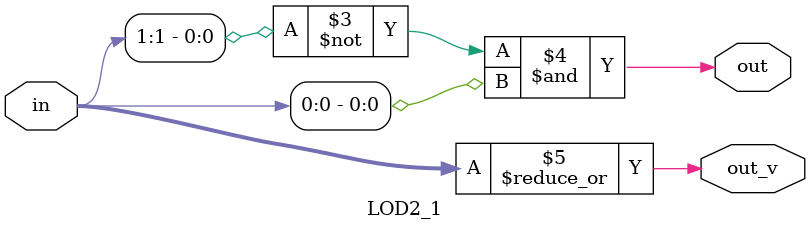
<source format=v>
module mult_N32_ES6_PIPE6(clk, in1, in2, start, out, inf, zero, done);
function [31:0] log2;
input reg [31:0] value;
	begin
	value = value-1;
	for (log2=0; value>0; log2=log2+1)
        	value = value>>1;
      	end
endfunction

parameter N = 32;
parameter Bs = log2(N); 
parameter es = 6;

input clk;
input [N-1:0] in1, in2;
input start; 
output reg [N-1:0] out;
output reg inf, zero;
output reg done;

wire start0= start;
wire s1 = in1[N-1];
wire s2 = in2[N-1];
wire zero_tmp1 = |in1[N-2:0];
wire zero_tmp2 = |in2[N-2:0];
wire inf1 = in1[N-1] & (~zero_tmp1),
	inf2 = in2[N-1] & (~zero_tmp2);
wire zero1 = ~(in1[N-1] | zero_tmp1),
	zero2 = ~(in2[N-1] | zero_tmp2);
wire inf_t = inf1 | inf2,
	zero_t = zero1 & zero2;

//Data Extraction
wire rc1, rc2;
wire [Bs-1:0] regime1, regime2;
wire [es-1:0] e1, e2;
wire [N-es-1:0] mant1, mant2;
wire [N-1:0] xin1 = s1 ? -in1 : in1;
wire [N-1:0] xin2 = s2 ? -in2 : in2;
data_extract_N32_ES6 #(.N(N),.es(es)) uut_de1(.in(xin1), .rc(rc1), .regime(regime1), .exp(e1), .mant(mant1));
data_extract_N32_ES6 #(.N(N),.es(es)) uut_de2(.in(xin2), .rc(rc2), .regime(regime2), .exp(e2), .mant(mant2));

wire [N-es:0] m1 = {zero_tmp1,mant1}, 
	m2 = {zero_tmp2,mant2};

reg start_r00; 
reg s1_r00, s2_r00, inf_r00, zero_r00, rc1_r00, rc2_r00;
reg [Bs-1:0] regime1_r00, regime2_r00;
reg [es-1:0] e1_r00, e2_r00;
reg [N-es:0] m1_r00, m2_r00;
reg start_r0; 
reg s1_r0, s2_r0, inf_r0, zero_r0, rc1_r0, rc2_r0;
reg [Bs-1:0] regime1_r0, regime2_r0;
reg [es-1:0] e1_r0, e2_r0;
reg [N-es:0] m1_r0, m2_r0;
always @(posedge clk) begin
start_r0 <= start0; s1_r0 <= s1; s2_r0 <= s2; 
inf_r0 <= inf_t; zero_r0 <= zero_t; rc1_r0 <= rc1; rc2_r0 <= rc2;
regime1_r0 <= regime1; regime2_r0 <= regime2; 
e1_r0 <= e1; e2_r0 <= e2;
m1_r0 <= m1; m2_r0 <= m2;
end


wire [53:0] mult_m_r2;
wire [47:0] mult_P;
mult24x24bit_dsp48_lat2 m24 (.clk(clk), .a(m1_r0[N-es:3]), .b(m2_r0[N-es:3]), .c(mult_P));
assign mult_m_r2 = {mult_P,6'b0};

reg start_r1; 
reg s1_r1, s2_r1, inf_r1, zero_r1, rc1_r1, rc2_r1;
reg [Bs-1:0] regime1_r1, regime2_r1;
reg [es-1:0] e1_r1, e2_r1;
reg [N-es:0] m1_r1, m2_r1;
reg start_r2; 
reg s1_r2, s2_r2, inf_r2, zero_r2, rc1_r2, rc2_r2;
reg [Bs-1:0] regime1_r2, regime2_r2;
reg [es-1:0] e1_r2, e2_r2;
reg [N-es:0] m1_r2, m2_r2;

always @(posedge clk) begin
start_r1 <= start_r0; s1_r1 <= s1_r0; s2_r1 <= s2_r0; 
inf_r1 <= inf_r0; zero_r1 <= zero_r0; rc1_r1 <= rc1_r0; rc2_r1 <= rc2_r0;
regime1_r1 <= regime1_r0; regime2_r1 <= regime2_r0; 
e1_r1 <= e1_r0; e2_r1 <= e2_r0;
m1_r1 <= m1_r0; m2_r1 <= m2_r0;

start_r2 <= start_r1; s1_r2 <= s1_r1; s2_r2 <= s2_r1; 
inf_r2 <= inf_r1; zero_r2 <= zero_r1; rc1_r2 <= rc1_r1; rc2_r2 <= rc2_r1;
regime1_r2 <= regime1_r1; regime2_r2 <= regime2_r1; 
e1_r2 <= e1_r1; e2_r2 <= e2_r1;
m1_r2 <= m1_r1; m2_r2 <= m2_r1;
end

//Sign, Exponent and Mantissa Computation
wire mult_s = s1_r2 ^ s2_r2;

wire mult_m_ovf = mult_m_r2[2*(N-es)+1];
wire [2*(N-es)+1:0] mult_mN = ~mult_m_ovf ? mult_m_r2 << 1'b1 : mult_m_r2;

wire [Bs+1:0] r1 = rc1_r2 ? {2'b0,regime1_r2} : -regime1_r2;
wire [Bs+1:0] r2 = rc2_r2 ? {2'b0,regime2_r2} : -regime2_r2;
wire [Bs+es+1:0] mult_e  =  {r1, e1_r2} + {r2, e2_r2} + mult_m_ovf;

//Exponent and Regime Computation
wire [es+Bs:0] mult_eN = mult_e[es+Bs+1] ? -mult_e : mult_e;
wire [es-1:0] e_o = mult_e[es-1:0];
wire [Bs:0] r_o = (~mult_e[es+Bs+1] || (|mult_e[es-1:0])) + mult_eN[es+Bs:es];

//Exponent and Mantissa Packing
wire [2*N-1+3:0]tmp_o = {{N{~mult_e[es+Bs+1]}},mult_e[es+Bs+1],e_o,mult_mN[2*(N-es):2*(N-es)-(N-es-1)+1], mult_mN[2*(N-es)-(N-es-1):2*(N-es)-(N-es-1)-1], |mult_mN[2*(N-es)-(N-es-1)-2:0] }; 

reg start_r3, mult_s_r3, inf_r3, zero_r3;
reg [2*N-1+3:0] tmp_o_r3;
reg [Bs:0] r_o_r3;
reg [2*(N-es)+1:0] mult_mN_r3;
always @(posedge clk) begin
start_r3 <= start_r2; mult_s_r3 <= mult_s; inf_r3 <= inf_r2; zero_r3 <= zero_r2;
r_o_r3 <= r_o;
tmp_o_r3 <= tmp_o;
mult_mN_r3 <= mult_mN;
end

//Including Regime bits in Exponent-Mantissa Packing
wire [3*N-1+3:0] tmp1_o;
DSR_right_N_S #(.N(3*N+3), .S(Bs+1)) dsr2 (.a({tmp_o_r3,{N{1'b0}}}), .b(r_o_r3[Bs] ? {Bs{1'b1}} : r_o_r3), .c(tmp1_o));


//Rounding RNE : ulp_add = G.(R + S) + L.G.(~(R+S))
wire L = tmp1_o[N+4], G = tmp1_o[N+3], R = tmp1_o[N+2], St = |tmp1_o[N+1:0],
     ulp = ((G & (R | St)) | (L & G & ~(R | St)));
wire [N-1:0] rnd_ulp = {{N-1{1'b0}},ulp};
wire [N-1:0] tmp1_o_rnd = (r_o_r3 < N-es-2) ? tmp1_o[2*N-1+3:N+3] + rnd_ulp : tmp1_o[2*N-1+3:N+3];


//Final Output
wire [N-1:0] tmp1_oN = mult_s_r3 ? -tmp1_o_rnd : tmp1_o_rnd;
wire [N-1:0] out_tmp = inf_r3|zero_r3|(~mult_mN_r3[2*(N-es)+1]) ? {inf_r3,{N-1{1'b0}}} : {mult_s_r3, tmp1_oN[N-1:1]};

always @(posedge clk) begin
out <= out_tmp;
done <= start_r3;
inf <= inf_r3;
zero <= zero_r3;
end

endmodule


/////////////////////////
module data_extract_N32_ES6(in, rc, regime, exp, mant);
function [31:0] log2;
input reg [31:0] value;
	begin
	value = value-1;
	for (log2=0; value>0; log2=log2+1)
        	value = value>>1;
      	end
endfunction

parameter N=32;
parameter Bs=log2(N);
parameter es = 5;


input [N-1:0] in;
output rc;
output [Bs-1:0] regime;
output [es-1:0] exp;
output [N-es-1:0] mant;

//Data Extraction

wire [N-1:0] xin = in;
assign rc = xin[N-2];

wire [N-1:0] xin_r = rc ? ~xin : xin;

wire [Bs-1:0] k;
LOD_32 uut_lod32_5 (.in({xin_r[N-2:0],rc^1'b0}), .out(k));

assign regime = rc ? k-1 : k;

wire [N-1:0] xin_tmp;
DSR_left_N_S #(.N(N), .S(Bs)) ls (.a({xin[N-3:0],2'b0}),.b(k),.c(xin_tmp));

assign exp= xin_tmp[N-1:N-es];
assign mant= xin_tmp[N-es-1:0];

endmodule


/////////////////////////
module DSR_left_N_S(a,b,c);
        parameter N=16;
        parameter S=4;
        input [N-1:0] a;
        input [S-1:0] b;
        output [N-1:0] c;

wire [N-1:0] tmp [S-1:0];
assign tmp[0]  = b[0] ? a << 7'd1  : a; 
genvar i;
generate
	for (i=1; i<S; i=i+1)begin:loop_blk
		assign tmp[i] = b[i] ? tmp[i-1] << 2**i : tmp[i-1];
	end
endgenerate
assign c = tmp[S-1];

endmodule


/////////////////////////
module DSR_right_N_S(a,b,c);
        parameter N=16;
        parameter S=4;
        input [N-1:0] a;
        input [S-1:0] b;
        output [N-1:0] c;

wire [N-1:0] tmp [S-1:0];
assign tmp[0]  = b[0] ? a >> 7'd1  : a; 
genvar i;
generate
	for (i=1; i<S; i=i+1)begin:loop_blk
		assign tmp[i] = b[i] ? tmp[i-1] >> 2**i : tmp[i-1];
	end
endgenerate
assign c = tmp[S-1];

endmodule

/////////////////////////


/////////////////////////
module mult24x24bit_dsp48_lat2 (clk, a, b, c);
   input clk;
   input [23:0] a,b;
   output [47:0] c;

   reg [23:0] a_r0, b_r0;
   always @(posedge clk) begin
	a_r0 <= a; b_r0 <= b;
   end

	wire [30:0] tmp11_r0 = a_r0*b_r0[23:17];

	reg [47:0] mula, mulb, mulc, muld;
	reg [47:0] suma, sumb, sum;
   assign c = sum;
   always @(posedge clk) begin
		mula <= a*b[5:0];
		mulb <= a*b[11:6];
		mulc <= a*b[17:12];
		muld <= a*b[23:18];
		
		suma <= (mula) + (mulb << 6);
		sumb <= (mulc << 12) + (muld << 18);
		
		sum <= suma + sumb;
	end
endmodule




///////////////////////
module LOD_32(in, out);
input [31:0] in;
output [4:0] out;
wire [3:0] out_l, out_h;
wire out_vl, out_vh;
LOD16_4 pl(.in(in[15:0]), .out(out_l), .out_v(out_vl));
LOD16_4 ph(.in(in[31:16]), .out(out_h), .out_v(out_vh));
assign out = out_vh ? {1'b0,out_h} : {out_vl,out_l};
endmodule

////////////////////
module LOD16_4(in, out, out_v);
input [15:0] in;
output [3:0] out;
output out_v;
wire [2:0] out_l, out_h;
wire out_vl, out_vh;
LOD8_3 pl(.in(in[7:0]), .out(out_l), .out_v(out_vl));
LOD8_3 ph(.in(in[15:8]), .out(out_h), .out_v(out_vh));
assign out = out_vh ? {1'b0,out_h} : {out_vl,out_l};
assign out_v = out_vl | out_vh;
endmodule


////////////////////
module LOD8_3(in, out, out_v);
input [7:0] in;
output [2:0] out;
output out_v;

wire [1:0] out_l, out_h;
wire out_vl, out_vh;
LOD4_2 pl(.in(in[3:0]), .out(out_l), .out_v(out_vl));
LOD4_2 ph(.in(in[7:4]), .out(out_h), .out_v(out_vh));
assign out = out_vh ? {1'b0,out_h} : {out_vl,out_l};
assign out_v = out_vl | out_vh;

endmodule


////////////////////
module LOD4_2(in, out, out_v);
input [3:0] in;
output [1:0] out;
output out_v;

wire out_l, out_h;
wire out_vl, out_vh;
LOD2_1 pl(.in(in[1:0]), .out(out_l), .out_v(out_vl));
LOD2_1 ph(.in(in[3:2]), .out(out_h), .out_v(out_vh));
assign out = out_vh ? {1'b0,out_h} : {out_vl,out_l};
assign out_v = out_vl | out_vh;

endmodule


module LOD2_1(in, out, out_v);
input [1:0] in;
output out;
output out_v;

assign out = ~in[1] & in[0];
assign out_v = |in;
endmodule

</source>
